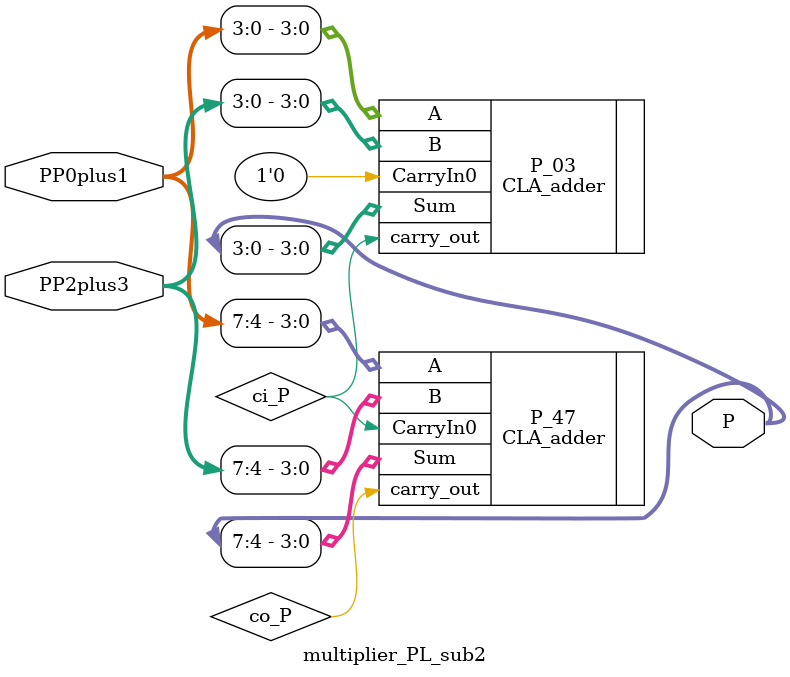
<source format=v>
`timescale 1ns / 1ps



module multiplier_PL_sub2(input [7:0]PP2plus3, input [7:0]PP0plus1,
                    output [7:0]P);
wire ci_P, co_P;

//add all PPs together
CLA_adder P_03(.CarryIn0(1'b0), .A(PP0plus1[3:0]),.B(PP2plus3[3:0]),.carry_out(ci_P), .Sum(P[3:0]));
CLA_adder P_47(.CarryIn0(ci_P), .A(PP0plus1[7:4]),.B(PP2plus3[7:4]),.carry_out(co_P), .Sum(P[7:4]));                    

endmodule

</source>
